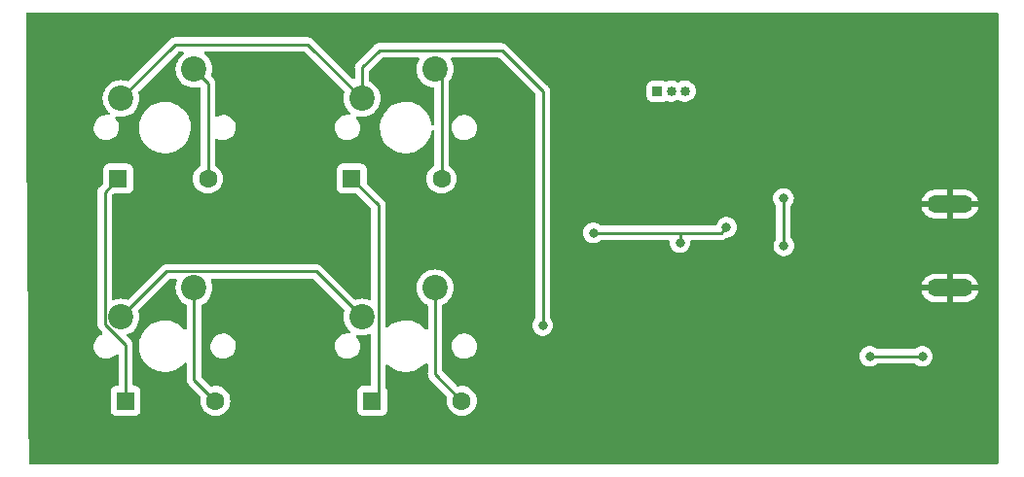
<source format=gbr>
%TF.GenerationSoftware,KiCad,Pcbnew,7.0.1*%
%TF.CreationDate,2023-04-28T17:46:53+02:00*%
%TF.ProjectId,4_switch_pcb,345f7377-6974-4636-985f-7063622e6b69,rev?*%
%TF.SameCoordinates,Original*%
%TF.FileFunction,Copper,L1,Top*%
%TF.FilePolarity,Positive*%
%FSLAX46Y46*%
G04 Gerber Fmt 4.6, Leading zero omitted, Abs format (unit mm)*
G04 Created by KiCad (PCBNEW 7.0.1) date 2023-04-28 17:46:53*
%MOMM*%
%LPD*%
G01*
G04 APERTURE LIST*
%TA.AperFunction,ComponentPad*%
%ADD10C,2.200000*%
%TD*%
%TA.AperFunction,ComponentPad*%
%ADD11R,1.600000X1.600000*%
%TD*%
%TA.AperFunction,ComponentPad*%
%ADD12C,1.600000*%
%TD*%
%TA.AperFunction,ComponentPad*%
%ADD13O,4.000000X1.500000*%
%TD*%
%TA.AperFunction,ComponentPad*%
%ADD14R,0.850000X0.850000*%
%TD*%
%TA.AperFunction,ComponentPad*%
%ADD15O,0.850000X0.850000*%
%TD*%
%TA.AperFunction,ViaPad*%
%ADD16C,0.800000*%
%TD*%
%TA.AperFunction,Conductor*%
%ADD17C,0.250000*%
%TD*%
G04 APERTURE END LIST*
D10*
%TO.P,SW5,1,1*%
%TO.N,Net-(D3-A)*%
X119538750Y-80645000D03*
%TO.P,SW5,2,2*%
%TO.N,/col1*%
X113188750Y-83185000D03*
%TD*%
%TO.P,SW3,1,1*%
%TO.N,Net-(D4-A)*%
X140493750Y-80645000D03*
%TO.P,SW3,2,2*%
%TO.N,/col1*%
X134143750Y-83185000D03*
%TD*%
%TO.P,SW4,1,1*%
%TO.N,Net-(D2-A)*%
X119538750Y-61595000D03*
%TO.P,SW4,2,2*%
%TO.N,/col0*%
X113188750Y-64135000D03*
%TD*%
%TO.P,SW2,1,1*%
%TO.N,Net-(D1-A)*%
X140493750Y-61595000D03*
%TO.P,SW2,2,2*%
%TO.N,/col0*%
X134143750Y-64135000D03*
%TD*%
D11*
%TO.P,D3,1,K*%
%TO.N,/row1*%
X113587500Y-90487500D03*
D12*
%TO.P,D3,2,A*%
%TO.N,Net-(D3-A)*%
X121387500Y-90487500D03*
%TD*%
D11*
%TO.P,D2,1,K*%
%TO.N,/row1*%
X112940000Y-71120000D03*
D12*
%TO.P,D2,2,A*%
%TO.N,Net-(D2-A)*%
X120740000Y-71120000D03*
%TD*%
D13*
%TO.P,J1,6,Shield*%
%TO.N,GND*%
X185280000Y-73350000D03*
X185280000Y-80650000D03*
%TD*%
D11*
%TO.P,D4,1,K*%
%TO.N,/row0*%
X135018750Y-90487500D03*
D12*
%TO.P,D4,2,A*%
%TO.N,Net-(D4-A)*%
X142818750Y-90487500D03*
%TD*%
D14*
%TO.P,J3,1,Pin_1*%
%TO.N,Net-(J3-Pin_1)*%
X159842000Y-63510000D03*
D15*
%TO.P,J3,2,Pin_2*%
%TO.N,Net-(J3-Pin_2)*%
X161052000Y-63500000D03*
%TO.P,J3,3,Pin_3*%
%TO.N,Net-(J3-Pin_3)*%
X162252000Y-63500000D03*
%TD*%
D11*
%TO.P,D1,1,K*%
%TO.N,/row0*%
X133260000Y-71120000D03*
D12*
%TO.P,D1,2,A*%
%TO.N,Net-(D1-A)*%
X141060000Y-71120000D03*
%TD*%
D16*
%TO.N,GND*%
X164587701Y-84332299D03*
X174498000Y-84836000D03*
X169164000Y-75324500D03*
X162306000Y-84328000D03*
X164338000Y-71882000D03*
%TO.N,VCC*%
X154270000Y-75850000D03*
X165849500Y-75368000D03*
X161798000Y-76708000D03*
%TO.N,Net-(U1-VBUS)*%
X170800000Y-72840000D03*
X170830000Y-76980000D03*
%TO.N,Net-(J2-~{RST})*%
X178308000Y-86614000D03*
X182880000Y-86614000D03*
%TO.N,/col0*%
X149860000Y-83909500D03*
%TD*%
D17*
%TO.N,GND*%
X164587701Y-84332299D02*
X164583402Y-84328000D01*
X169164000Y-75324500D02*
X169164000Y-79756000D01*
X169164000Y-75324500D02*
X167780500Y-75324500D01*
X173990000Y-84328000D02*
X174498000Y-84836000D01*
X164583402Y-84328000D02*
X162306000Y-84328000D01*
X164587701Y-84332299D02*
X164841701Y-84332299D01*
X164841701Y-84332299D02*
X164846000Y-84328000D01*
X164846000Y-84328000D02*
X173990000Y-84328000D01*
X169164000Y-79756000D02*
X164587701Y-84332299D01*
X167780500Y-75324500D02*
X164338000Y-71882000D01*
%TO.N,VCC*%
X161798000Y-75850000D02*
X154270000Y-75850000D01*
X165367500Y-75850000D02*
X161798000Y-75850000D01*
X161798000Y-75850000D02*
X161798000Y-76708000D01*
X165849500Y-75368000D02*
X165367500Y-75850000D01*
%TO.N,Net-(U1-VBUS)*%
X170800000Y-72840000D02*
X170800000Y-76950000D01*
X170800000Y-76950000D02*
X170830000Y-76980000D01*
%TO.N,Net-(D1-A)*%
X141060000Y-71120000D02*
X141060000Y-62161250D01*
X141060000Y-62161250D02*
X140493750Y-61595000D01*
%TO.N,/row0*%
X135568750Y-89937500D02*
X135568750Y-73428750D01*
X135018750Y-90487500D02*
X135568750Y-89937500D01*
X135568750Y-73428750D02*
X133260000Y-71120000D01*
%TO.N,Net-(D2-A)*%
X120740000Y-71120000D02*
X120740000Y-62796250D01*
X120740000Y-62796250D02*
X119538750Y-61595000D01*
%TO.N,/row1*%
X113587500Y-90487500D02*
X113587500Y-85647500D01*
X111760000Y-72300000D02*
X112940000Y-71120000D01*
X113587500Y-85647500D02*
X111760000Y-83820000D01*
X111760000Y-83820000D02*
X111760000Y-72300000D01*
%TO.N,Net-(D3-A)*%
X119538750Y-88638750D02*
X121387500Y-90487500D01*
X119538750Y-80645000D02*
X119538750Y-88638750D01*
%TO.N,Net-(D4-A)*%
X140493750Y-88162500D02*
X142818750Y-90487500D01*
X140493750Y-80645000D02*
X140493750Y-88162500D01*
%TO.N,Net-(J2-~{RST})*%
X182880000Y-86614000D02*
X178308000Y-86614000D01*
%TO.N,/col0*%
X117887750Y-59436000D02*
X113188750Y-64135000D01*
X149860000Y-83909500D02*
X149860000Y-63500000D01*
X149860000Y-63500000D02*
X146304000Y-59944000D01*
X129444750Y-59436000D02*
X117887750Y-59436000D01*
X134143750Y-61436250D02*
X134143750Y-64135000D01*
X134143750Y-64135000D02*
X129444750Y-59436000D01*
X146304000Y-59944000D02*
X135636000Y-59944000D01*
X135636000Y-59944000D02*
X134143750Y-61436250D01*
%TO.N,/col1*%
X134143750Y-83185000D02*
X130178750Y-79220000D01*
X117153750Y-79220000D02*
X113188750Y-83185000D01*
X130178750Y-79220000D02*
X117153750Y-79220000D01*
%TD*%
%TA.AperFunction,Conductor*%
%TO.N,GND*%
G36*
X189421535Y-56659104D02*
G01*
X189466920Y-56704471D01*
X189483550Y-56766450D01*
X189484000Y-57872781D01*
X189484000Y-95887500D01*
X189467387Y-95949500D01*
X189422000Y-95994887D01*
X189360000Y-96011500D01*
X105279199Y-96011500D01*
X105217430Y-95995020D01*
X105172080Y-95949961D01*
X105155202Y-95888300D01*
X105128652Y-91773135D01*
X105089292Y-85672396D01*
X110814496Y-85672396D01*
X110824496Y-85882330D01*
X110874047Y-86086580D01*
X110961352Y-86277752D01*
X111043607Y-86393262D01*
X111083264Y-86448952D01*
X111235372Y-86593986D01*
X111307714Y-86640478D01*
X111412175Y-86707612D01*
X111451330Y-86723287D01*
X111607293Y-86785725D01*
X111735978Y-86810527D01*
X111813664Y-86825500D01*
X111813665Y-86825500D01*
X111971170Y-86825500D01*
X111971175Y-86825500D01*
X112127968Y-86810528D01*
X112329625Y-86751316D01*
X112516432Y-86655011D01*
X112681636Y-86525092D01*
X112744287Y-86452788D01*
X112793012Y-86418441D01*
X112852135Y-86410800D01*
X112907991Y-86431634D01*
X112947670Y-86476125D01*
X112962000Y-86533992D01*
X112962000Y-89063001D01*
X112945387Y-89125001D01*
X112900000Y-89170388D01*
X112838000Y-89187001D01*
X112739628Y-89187001D01*
X112709822Y-89190204D01*
X112680015Y-89193409D01*
X112545169Y-89243704D01*
X112429954Y-89329954D01*
X112343704Y-89445168D01*
X112293409Y-89580016D01*
X112287000Y-89639630D01*
X112287000Y-91335369D01*
X112293409Y-91394983D01*
X112343704Y-91529831D01*
X112429954Y-91645046D01*
X112545169Y-91731296D01*
X112680017Y-91781591D01*
X112739627Y-91788000D01*
X114435372Y-91787999D01*
X114494983Y-91781591D01*
X114629831Y-91731296D01*
X114745046Y-91645046D01*
X114831296Y-91529831D01*
X114881591Y-91394983D01*
X114888000Y-91335373D01*
X114887999Y-89639628D01*
X114881591Y-89580017D01*
X114831296Y-89445169D01*
X114745046Y-89329954D01*
X114629831Y-89243704D01*
X114494983Y-89193409D01*
X114435373Y-89187000D01*
X114435369Y-89187000D01*
X114337000Y-89187000D01*
X114275000Y-89170387D01*
X114229613Y-89125000D01*
X114213000Y-89063000D01*
X114213000Y-85730240D01*
X114215263Y-85709736D01*
X114213061Y-85639644D01*
X114213000Y-85635750D01*
X114213000Y-85608157D01*
X114213000Y-85608150D01*
X114212495Y-85604153D01*
X114211580Y-85592523D01*
X114210209Y-85548873D01*
X114204620Y-85529637D01*
X114200676Y-85510593D01*
X114198164Y-85490708D01*
X114182082Y-85450091D01*
X114178298Y-85439040D01*
X114166117Y-85397110D01*
X114155921Y-85379869D01*
X114147363Y-85362402D01*
X114139986Y-85343768D01*
X114114298Y-85308412D01*
X114107909Y-85298684D01*
X114085670Y-85261079D01*
X114071505Y-85246914D01*
X114058869Y-85232120D01*
X114047095Y-85215914D01*
X114030422Y-85202121D01*
X114013435Y-85188068D01*
X114004805Y-85180214D01*
X113711152Y-84886561D01*
X113680172Y-84834875D01*
X113677216Y-84774689D01*
X113702980Y-84720215D01*
X113751379Y-84684320D01*
X113917609Y-84615466D01*
X114132409Y-84483836D01*
X114323974Y-84320224D01*
X114487586Y-84128659D01*
X114619216Y-83913859D01*
X114715623Y-83681111D01*
X114774433Y-83436148D01*
X114794199Y-83185000D01*
X114774433Y-82933852D01*
X114715623Y-82688889D01*
X114704516Y-82662075D01*
X114695077Y-82614624D01*
X114704516Y-82567171D01*
X114731393Y-82526945D01*
X117376520Y-79881819D01*
X117416749Y-79854939D01*
X117464202Y-79845500D01*
X117951966Y-79845500D01*
X118010419Y-79860142D01*
X118055068Y-79900609D01*
X118075369Y-79957346D01*
X118066527Y-80016950D01*
X118050655Y-80055271D01*
X118011876Y-80148889D01*
X117953067Y-80393850D01*
X117933301Y-80644999D01*
X117953067Y-80896149D01*
X118011876Y-81141110D01*
X118012769Y-81143265D01*
X118108284Y-81373859D01*
X118239914Y-81588659D01*
X118403526Y-81780224D01*
X118595091Y-81943836D01*
X118726722Y-82024499D01*
X118809892Y-82075467D01*
X118836704Y-82086573D01*
X118876932Y-82113453D01*
X118903811Y-82153681D01*
X118913250Y-82201133D01*
X118913250Y-84160761D01*
X118899546Y-84217425D01*
X118861463Y-84261564D01*
X118807419Y-84283423D01*
X118749359Y-84278169D01*
X118700116Y-84246965D01*
X118511729Y-84052175D01*
X118275264Y-83865441D01*
X118093465Y-83757762D01*
X118016020Y-83711891D01*
X117834421Y-83634886D01*
X117738618Y-83594262D01*
X117448025Y-83514661D01*
X117448024Y-83514660D01*
X117448021Y-83514660D01*
X117149403Y-83474500D01*
X116923506Y-83474500D01*
X116923504Y-83474500D01*
X116698114Y-83489587D01*
X116402848Y-83549603D01*
X116118209Y-83648441D01*
X115849296Y-83784328D01*
X115600877Y-83954858D01*
X115377418Y-84156966D01*
X115182885Y-84387061D01*
X115020755Y-84641032D01*
X114893928Y-84914339D01*
X114804657Y-85202120D01*
X114802330Y-85215914D01*
X114754541Y-85499230D01*
X114748752Y-85672398D01*
X114744473Y-85800372D01*
X114774631Y-86100160D01*
X114844481Y-86393262D01*
X114952771Y-86674432D01*
X115097574Y-86938664D01*
X115189141Y-87062939D01*
X115276304Y-87181238D01*
X115485770Y-87397824D01*
X115722235Y-87584558D01*
X115981480Y-87738109D01*
X116258878Y-87855736D01*
X116258879Y-87855736D01*
X116258881Y-87855737D01*
X116322929Y-87873281D01*
X116549479Y-87935340D01*
X116848097Y-87975500D01*
X117073994Y-87975500D01*
X117073996Y-87975500D01*
X117299385Y-87960412D01*
X117422744Y-87935338D01*
X117594653Y-87900396D01*
X117879287Y-87801560D01*
X118148209Y-87665668D01*
X118396619Y-87495144D01*
X118620083Y-87293032D01*
X118694556Y-87204944D01*
X118743140Y-87169894D01*
X118802486Y-87161710D01*
X118858743Y-87182304D01*
X118898779Y-87226869D01*
X118913250Y-87285002D01*
X118913250Y-88556006D01*
X118910985Y-88576512D01*
X118913189Y-88646623D01*
X118913250Y-88650518D01*
X118913250Y-88678099D01*
X118913753Y-88682084D01*
X118914668Y-88693717D01*
X118916040Y-88737376D01*
X118921629Y-88756610D01*
X118925575Y-88775666D01*
X118928085Y-88795542D01*
X118944164Y-88836154D01*
X118947947Y-88847201D01*
X118960132Y-88889141D01*
X118970330Y-88906385D01*
X118978886Y-88923850D01*
X118986264Y-88942482D01*
X118986265Y-88942483D01*
X119011930Y-88977809D01*
X119018343Y-88987572D01*
X119040576Y-89025166D01*
X119040579Y-89025169D01*
X119040580Y-89025170D01*
X119054745Y-89039335D01*
X119067377Y-89054125D01*
X119079156Y-89070337D01*
X119112808Y-89098176D01*
X119121449Y-89106039D01*
X120088086Y-90072677D01*
X120120180Y-90128264D01*
X120120180Y-90192450D01*
X120101864Y-90260807D01*
X120082031Y-90487500D01*
X120101864Y-90714189D01*
X120160761Y-90933997D01*
X120256932Y-91140235D01*
X120387453Y-91326640D01*
X120548359Y-91487546D01*
X120734764Y-91618067D01*
X120734765Y-91618067D01*
X120734766Y-91618068D01*
X120941004Y-91714239D01*
X121160808Y-91773135D01*
X121311936Y-91786357D01*
X121387499Y-91792968D01*
X121387499Y-91792967D01*
X121387500Y-91792968D01*
X121614192Y-91773135D01*
X121833996Y-91714239D01*
X122040234Y-91618068D01*
X122226639Y-91487547D01*
X122387547Y-91326639D01*
X122518068Y-91140234D01*
X122614239Y-90933996D01*
X122673135Y-90714192D01*
X122692968Y-90487500D01*
X122673135Y-90260808D01*
X122614239Y-90041004D01*
X122518068Y-89834766D01*
X122387547Y-89648361D01*
X122387546Y-89648359D01*
X122226640Y-89487453D01*
X122040235Y-89356932D01*
X121833997Y-89260761D01*
X121614189Y-89201864D01*
X121387500Y-89182031D01*
X121160807Y-89201864D01*
X121092450Y-89220180D01*
X121028264Y-89220180D01*
X120972677Y-89188086D01*
X120200569Y-88415978D01*
X120173689Y-88375750D01*
X120164250Y-88328297D01*
X120164250Y-85672396D01*
X120974496Y-85672396D01*
X120984496Y-85882330D01*
X121034047Y-86086580D01*
X121121352Y-86277752D01*
X121203607Y-86393262D01*
X121243264Y-86448952D01*
X121395372Y-86593986D01*
X121467714Y-86640478D01*
X121572175Y-86707612D01*
X121611330Y-86723287D01*
X121767293Y-86785725D01*
X121895978Y-86810527D01*
X121973664Y-86825500D01*
X121973665Y-86825500D01*
X122131170Y-86825500D01*
X122131175Y-86825500D01*
X122287968Y-86810528D01*
X122489625Y-86751316D01*
X122676432Y-86655011D01*
X122841636Y-86525092D01*
X122979269Y-86366256D01*
X123084354Y-86184244D01*
X123153094Y-85985633D01*
X123183004Y-85777602D01*
X123173004Y-85567670D01*
X123123454Y-85363424D01*
X123122984Y-85362395D01*
X123036147Y-85172247D01*
X122914237Y-85001050D01*
X122914236Y-85001048D01*
X122762128Y-84856014D01*
X122726781Y-84833298D01*
X122585324Y-84742387D01*
X122401215Y-84668682D01*
X122390207Y-84664275D01*
X122390206Y-84664274D01*
X122390204Y-84664274D01*
X122183836Y-84624500D01*
X122183835Y-84624500D01*
X122026325Y-84624500D01*
X121928329Y-84633857D01*
X121869529Y-84639472D01*
X121667876Y-84698683D01*
X121481065Y-84794990D01*
X121315865Y-84924906D01*
X121178229Y-85083745D01*
X121073146Y-85265754D01*
X121004405Y-85464366D01*
X120974496Y-85672396D01*
X120164250Y-85672396D01*
X120164250Y-82201133D01*
X120173689Y-82153681D01*
X120200568Y-82113453D01*
X120240796Y-82086573D01*
X120267607Y-82075467D01*
X120267609Y-82075466D01*
X120482409Y-81943836D01*
X120673974Y-81780224D01*
X120837586Y-81588659D01*
X120969216Y-81373859D01*
X121065623Y-81141111D01*
X121124433Y-80896148D01*
X121144199Y-80645000D01*
X121124433Y-80393852D01*
X121065623Y-80148889D01*
X121010972Y-80016950D01*
X121002131Y-79957346D01*
X121022432Y-79900609D01*
X121067081Y-79860142D01*
X121125534Y-79845500D01*
X129868298Y-79845500D01*
X129915751Y-79854939D01*
X129955979Y-79881819D01*
X132601102Y-82526942D01*
X132627982Y-82567169D01*
X132637421Y-82614620D01*
X132627983Y-82662072D01*
X132616878Y-82688883D01*
X132558067Y-82933850D01*
X132538301Y-83184999D01*
X132558067Y-83436149D01*
X132616876Y-83681110D01*
X132640133Y-83737256D01*
X132713284Y-83913859D01*
X132844914Y-84128659D01*
X133008526Y-84320224D01*
X133120276Y-84415668D01*
X133156691Y-84468732D01*
X133161603Y-84532902D01*
X133133689Y-84590892D01*
X133080468Y-84627079D01*
X133016277Y-84631716D01*
X132978837Y-84624500D01*
X132978835Y-84624500D01*
X132821325Y-84624500D01*
X132723329Y-84633857D01*
X132664529Y-84639472D01*
X132462876Y-84698683D01*
X132276065Y-84794990D01*
X132110865Y-84924906D01*
X131973229Y-85083745D01*
X131868146Y-85265754D01*
X131799405Y-85464366D01*
X131769496Y-85672396D01*
X131779496Y-85882330D01*
X131829047Y-86086580D01*
X131916352Y-86277752D01*
X131998607Y-86393262D01*
X132038264Y-86448952D01*
X132190372Y-86593986D01*
X132262714Y-86640478D01*
X132367175Y-86707612D01*
X132406330Y-86723287D01*
X132562293Y-86785725D01*
X132690978Y-86810527D01*
X132768664Y-86825500D01*
X132768665Y-86825500D01*
X132926170Y-86825500D01*
X132926175Y-86825500D01*
X133082968Y-86810528D01*
X133284625Y-86751316D01*
X133471432Y-86655011D01*
X133636636Y-86525092D01*
X133774269Y-86366256D01*
X133879354Y-86184244D01*
X133948094Y-85985633D01*
X133978004Y-85777602D01*
X133968004Y-85567670D01*
X133918454Y-85363424D01*
X133917984Y-85362395D01*
X133831147Y-85172247D01*
X133709237Y-85001049D01*
X133657965Y-84952161D01*
X133624574Y-84897409D01*
X133623003Y-84833298D01*
X133653670Y-84776976D01*
X133708374Y-84743507D01*
X133772478Y-84741844D01*
X133892602Y-84770683D01*
X134143750Y-84790449D01*
X134394898Y-84770683D01*
X134639861Y-84711873D01*
X134771799Y-84657222D01*
X134831404Y-84648381D01*
X134888141Y-84668682D01*
X134928608Y-84713331D01*
X134943250Y-84771784D01*
X134943250Y-89063001D01*
X134926637Y-89125001D01*
X134881250Y-89170388D01*
X134819250Y-89187001D01*
X134170878Y-89187001D01*
X134141072Y-89190204D01*
X134111265Y-89193409D01*
X133976419Y-89243704D01*
X133861204Y-89329954D01*
X133774954Y-89445168D01*
X133724659Y-89580016D01*
X133718250Y-89639630D01*
X133718250Y-91335369D01*
X133724659Y-91394983D01*
X133774954Y-91529831D01*
X133861204Y-91645046D01*
X133976419Y-91731296D01*
X134111267Y-91781591D01*
X134170877Y-91788000D01*
X135866622Y-91787999D01*
X135926233Y-91781591D01*
X136061081Y-91731296D01*
X136176296Y-91645046D01*
X136262546Y-91529831D01*
X136312841Y-91394983D01*
X136319250Y-91335373D01*
X136319249Y-89639628D01*
X136312841Y-89580017D01*
X136262546Y-89445169D01*
X136262545Y-89445167D01*
X136218983Y-89386975D01*
X136200596Y-89351824D01*
X136194250Y-89312665D01*
X136194250Y-87449507D01*
X136207954Y-87392843D01*
X136246037Y-87348704D01*
X136300081Y-87326845D01*
X136358141Y-87332099D01*
X136407383Y-87363302D01*
X136440770Y-87397824D01*
X136677235Y-87584558D01*
X136936480Y-87738109D01*
X137213878Y-87855736D01*
X137213879Y-87855736D01*
X137213881Y-87855737D01*
X137277929Y-87873281D01*
X137504479Y-87935340D01*
X137803097Y-87975500D01*
X138028994Y-87975500D01*
X138028996Y-87975500D01*
X138254385Y-87960412D01*
X138377744Y-87935338D01*
X138549653Y-87900396D01*
X138834287Y-87801560D01*
X139103209Y-87665668D01*
X139351619Y-87495144D01*
X139575083Y-87293032D01*
X139649556Y-87204944D01*
X139698140Y-87169894D01*
X139757486Y-87161710D01*
X139813743Y-87182304D01*
X139853779Y-87226869D01*
X139868250Y-87285002D01*
X139868250Y-88079756D01*
X139865985Y-88100262D01*
X139868189Y-88170373D01*
X139868250Y-88174268D01*
X139868250Y-88201849D01*
X139868753Y-88205834D01*
X139869668Y-88217467D01*
X139871040Y-88261126D01*
X139876629Y-88280360D01*
X139880575Y-88299416D01*
X139883085Y-88319292D01*
X139899164Y-88359904D01*
X139902947Y-88370951D01*
X139915132Y-88412891D01*
X139925330Y-88430135D01*
X139933886Y-88447600D01*
X139941264Y-88466232D01*
X139941265Y-88466233D01*
X139966930Y-88501559D01*
X139973343Y-88511322D01*
X139995576Y-88548916D01*
X139995579Y-88548919D01*
X139995580Y-88548920D01*
X140009745Y-88563085D01*
X140022377Y-88577875D01*
X140034156Y-88594087D01*
X140067808Y-88621926D01*
X140076449Y-88629789D01*
X141519336Y-90072676D01*
X141551430Y-90128263D01*
X141551430Y-90192449D01*
X141533114Y-90260807D01*
X141513281Y-90487500D01*
X141533114Y-90714189D01*
X141592011Y-90933997D01*
X141688182Y-91140235D01*
X141818703Y-91326640D01*
X141979609Y-91487546D01*
X142166014Y-91618067D01*
X142166015Y-91618067D01*
X142166016Y-91618068D01*
X142372254Y-91714239D01*
X142592058Y-91773135D01*
X142743186Y-91786357D01*
X142818749Y-91792968D01*
X142818749Y-91792967D01*
X142818750Y-91792968D01*
X143045442Y-91773135D01*
X143265246Y-91714239D01*
X143471484Y-91618068D01*
X143657889Y-91487547D01*
X143818797Y-91326639D01*
X143949318Y-91140234D01*
X144045489Y-90933996D01*
X144104385Y-90714192D01*
X144124218Y-90487500D01*
X144104385Y-90260808D01*
X144045489Y-90041004D01*
X143949318Y-89834766D01*
X143818797Y-89648361D01*
X143818796Y-89648359D01*
X143657890Y-89487453D01*
X143471485Y-89356932D01*
X143265247Y-89260761D01*
X143045439Y-89201864D01*
X142818750Y-89182031D01*
X142592057Y-89201864D01*
X142523700Y-89220180D01*
X142459514Y-89220180D01*
X142403927Y-89188086D01*
X141155569Y-87939728D01*
X141128689Y-87899500D01*
X141119250Y-87852047D01*
X141119250Y-85672396D01*
X141929496Y-85672396D01*
X141939496Y-85882330D01*
X141989047Y-86086580D01*
X142076352Y-86277752D01*
X142158607Y-86393262D01*
X142198264Y-86448952D01*
X142350372Y-86593986D01*
X142422714Y-86640478D01*
X142527175Y-86707612D01*
X142566330Y-86723287D01*
X142722293Y-86785725D01*
X142850978Y-86810527D01*
X142928664Y-86825500D01*
X142928665Y-86825500D01*
X143086170Y-86825500D01*
X143086175Y-86825500D01*
X143242968Y-86810528D01*
X143444625Y-86751316D01*
X143631432Y-86655011D01*
X143683581Y-86614000D01*
X177402540Y-86614000D01*
X177422326Y-86802257D01*
X177480820Y-86982284D01*
X177575466Y-87146216D01*
X177702129Y-87286889D01*
X177855269Y-87398151D01*
X178028197Y-87475144D01*
X178213352Y-87514500D01*
X178213354Y-87514500D01*
X178402646Y-87514500D01*
X178402648Y-87514500D01*
X178526083Y-87488262D01*
X178587803Y-87475144D01*
X178760730Y-87398151D01*
X178913871Y-87286888D01*
X178919598Y-87280526D01*
X178961312Y-87250220D01*
X179011747Y-87239500D01*
X182176253Y-87239500D01*
X182226688Y-87250220D01*
X182268401Y-87280526D01*
X182274129Y-87286888D01*
X182427270Y-87398151D01*
X182427271Y-87398151D01*
X182427272Y-87398152D01*
X182600197Y-87475144D01*
X182785352Y-87514500D01*
X182785354Y-87514500D01*
X182974646Y-87514500D01*
X182974648Y-87514500D01*
X183098083Y-87488262D01*
X183159803Y-87475144D01*
X183332730Y-87398151D01*
X183477413Y-87293033D01*
X183485870Y-87286889D01*
X183491598Y-87280528D01*
X183612533Y-87146216D01*
X183707179Y-86982284D01*
X183765674Y-86802256D01*
X183785460Y-86614000D01*
X183765674Y-86425744D01*
X183707179Y-86245716D01*
X183707179Y-86245715D01*
X183612533Y-86081783D01*
X183485870Y-85941110D01*
X183332730Y-85829848D01*
X183159802Y-85752855D01*
X182974648Y-85713500D01*
X182974646Y-85713500D01*
X182785354Y-85713500D01*
X182785352Y-85713500D01*
X182600197Y-85752855D01*
X182427272Y-85829847D01*
X182355036Y-85882330D01*
X182274129Y-85941112D01*
X182268401Y-85947473D01*
X182226688Y-85977780D01*
X182176253Y-85988500D01*
X179011747Y-85988500D01*
X178961312Y-85977780D01*
X178919598Y-85947473D01*
X178913871Y-85941112D01*
X178760730Y-85829849D01*
X178760729Y-85829848D01*
X178760727Y-85829847D01*
X178587802Y-85752855D01*
X178402648Y-85713500D01*
X178402646Y-85713500D01*
X178213354Y-85713500D01*
X178213352Y-85713500D01*
X178028197Y-85752855D01*
X177855269Y-85829848D01*
X177702129Y-85941110D01*
X177575466Y-86081783D01*
X177480820Y-86245715D01*
X177422326Y-86425742D01*
X177402540Y-86614000D01*
X143683581Y-86614000D01*
X143796636Y-86525092D01*
X143934269Y-86366256D01*
X144039354Y-86184244D01*
X144108094Y-85985633D01*
X144138004Y-85777602D01*
X144128004Y-85567670D01*
X144078454Y-85363424D01*
X144077984Y-85362395D01*
X143991147Y-85172247D01*
X143869237Y-85001050D01*
X143869236Y-85001048D01*
X143717128Y-84856014D01*
X143681781Y-84833298D01*
X143540324Y-84742387D01*
X143356215Y-84668682D01*
X143345207Y-84664275D01*
X143345206Y-84664274D01*
X143345204Y-84664274D01*
X143138836Y-84624500D01*
X143138835Y-84624500D01*
X142981325Y-84624500D01*
X142883329Y-84633857D01*
X142824529Y-84639472D01*
X142622876Y-84698683D01*
X142436065Y-84794990D01*
X142270865Y-84924906D01*
X142133229Y-85083745D01*
X142028146Y-85265754D01*
X141959405Y-85464366D01*
X141929496Y-85672396D01*
X141119250Y-85672396D01*
X141119250Y-82201133D01*
X141128689Y-82153681D01*
X141155568Y-82113453D01*
X141195796Y-82086573D01*
X141222607Y-82075467D01*
X141222609Y-82075466D01*
X141437409Y-81943836D01*
X141628974Y-81780224D01*
X141792586Y-81588659D01*
X141924216Y-81373859D01*
X142020623Y-81141111D01*
X142079433Y-80896148D01*
X142099199Y-80645000D01*
X142079433Y-80393852D01*
X142020623Y-80148889D01*
X141924216Y-79916141D01*
X141792586Y-79701341D01*
X141628974Y-79509776D01*
X141437409Y-79346164D01*
X141222609Y-79214534D01*
X141106235Y-79166330D01*
X140989860Y-79118126D01*
X140744899Y-79059317D01*
X140493750Y-79039551D01*
X140242600Y-79059317D01*
X139997639Y-79118126D01*
X139764889Y-79214535D01*
X139550092Y-79346163D01*
X139358526Y-79509776D01*
X139194913Y-79701342D01*
X139063285Y-79916139D01*
X138966876Y-80148889D01*
X138908067Y-80393850D01*
X138888301Y-80644999D01*
X138908067Y-80896149D01*
X138966876Y-81141110D01*
X138967769Y-81143265D01*
X139063284Y-81373859D01*
X139194914Y-81588659D01*
X139358526Y-81780224D01*
X139550091Y-81943836D01*
X139681722Y-82024499D01*
X139764892Y-82075467D01*
X139791704Y-82086573D01*
X139831932Y-82113453D01*
X139858811Y-82153681D01*
X139868250Y-82201133D01*
X139868250Y-84160761D01*
X139854546Y-84217425D01*
X139816463Y-84261564D01*
X139762419Y-84283423D01*
X139704359Y-84278169D01*
X139655116Y-84246965D01*
X139466729Y-84052175D01*
X139230264Y-83865441D01*
X139048465Y-83757762D01*
X138971020Y-83711891D01*
X138789421Y-83634886D01*
X138693618Y-83594262D01*
X138403025Y-83514661D01*
X138403024Y-83514660D01*
X138403021Y-83514660D01*
X138104403Y-83474500D01*
X137878506Y-83474500D01*
X137878504Y-83474500D01*
X137653114Y-83489587D01*
X137357848Y-83549603D01*
X137073209Y-83648441D01*
X136804296Y-83784328D01*
X136555877Y-83954858D01*
X136401427Y-84094551D01*
X136351809Y-84121959D01*
X136295178Y-84124421D01*
X136243368Y-84101422D01*
X136207206Y-84057770D01*
X136194250Y-84002586D01*
X136194250Y-73511494D01*
X136196514Y-73490986D01*
X136194311Y-73420863D01*
X136194250Y-73416969D01*
X136194250Y-73389404D01*
X136194250Y-73389400D01*
X136193747Y-73385420D01*
X136192831Y-73373778D01*
X136192782Y-73372213D01*
X136191460Y-73330123D01*
X136185868Y-73310876D01*
X136181924Y-73291835D01*
X136179414Y-73271958D01*
X136163329Y-73231333D01*
X136159558Y-73220318D01*
X136147368Y-73178360D01*
X136137164Y-73161105D01*
X136128611Y-73143645D01*
X136121236Y-73125019D01*
X136121236Y-73125018D01*
X136095558Y-73089675D01*
X136089151Y-73079921D01*
X136066919Y-73042329D01*
X136052756Y-73028166D01*
X136040117Y-73013367D01*
X136028345Y-72997163D01*
X135994691Y-72969323D01*
X135986049Y-72961459D01*
X134596818Y-71572228D01*
X134569938Y-71532000D01*
X134560499Y-71484547D01*
X134560499Y-70272130D01*
X134560499Y-70272127D01*
X134554091Y-70212517D01*
X134503796Y-70077669D01*
X134417546Y-69962454D01*
X134302331Y-69876204D01*
X134167483Y-69825909D01*
X134107873Y-69819500D01*
X134107869Y-69819500D01*
X132412130Y-69819500D01*
X132352515Y-69825909D01*
X132217669Y-69876204D01*
X132102454Y-69962454D01*
X132016204Y-70077668D01*
X131965909Y-70212516D01*
X131959500Y-70272130D01*
X131959500Y-71967869D01*
X131965909Y-72027484D01*
X131988223Y-72087309D01*
X132016204Y-72162331D01*
X132102454Y-72277546D01*
X132217669Y-72363796D01*
X132352517Y-72414091D01*
X132412127Y-72420500D01*
X133624547Y-72420499D01*
X133672000Y-72429938D01*
X133712228Y-72456818D01*
X134906931Y-73651521D01*
X134933811Y-73691749D01*
X134943250Y-73739202D01*
X134943250Y-81598216D01*
X134928608Y-81656669D01*
X134888141Y-81701318D01*
X134831404Y-81721619D01*
X134771799Y-81712777D01*
X134689459Y-81678671D01*
X134639860Y-81658126D01*
X134394899Y-81599317D01*
X134143750Y-81579551D01*
X133892600Y-81599317D01*
X133647633Y-81658128D01*
X133620822Y-81669233D01*
X133573370Y-81678671D01*
X133525919Y-81669232D01*
X133485692Y-81642352D01*
X132105506Y-80262166D01*
X130679552Y-78836211D01*
X130666656Y-78820113D01*
X130615525Y-78772098D01*
X130612728Y-78769387D01*
X130593220Y-78749879D01*
X130590040Y-78747412D01*
X130581174Y-78739839D01*
X130549332Y-78709938D01*
X130531774Y-78700285D01*
X130515514Y-78689604D01*
X130499686Y-78677327D01*
X130459601Y-78659980D01*
X130449111Y-78654841D01*
X130410841Y-78633802D01*
X130391441Y-78628821D01*
X130373034Y-78622519D01*
X130354647Y-78614562D01*
X130311508Y-78607729D01*
X130300074Y-78605361D01*
X130257769Y-78594500D01*
X130237734Y-78594500D01*
X130218336Y-78592973D01*
X130210912Y-78591797D01*
X130198555Y-78589840D01*
X130198554Y-78589840D01*
X130173218Y-78592235D01*
X130155075Y-78593950D01*
X130143406Y-78594500D01*
X117236494Y-78594500D01*
X117215986Y-78592235D01*
X117145863Y-78594439D01*
X117141969Y-78594500D01*
X117114400Y-78594500D01*
X117110421Y-78595002D01*
X117098791Y-78595917D01*
X117055122Y-78597289D01*
X117035878Y-78602880D01*
X117016834Y-78606824D01*
X116996958Y-78609335D01*
X116956350Y-78625413D01*
X116945304Y-78629194D01*
X116903360Y-78641382D01*
X116903357Y-78641383D01*
X116886115Y-78651579D01*
X116868654Y-78660133D01*
X116850017Y-78667512D01*
X116814681Y-78693185D01*
X116804924Y-78699595D01*
X116767330Y-78721829D01*
X116753163Y-78735996D01*
X116738374Y-78748626D01*
X116722163Y-78760404D01*
X116694322Y-78794058D01*
X116686461Y-78802697D01*
X113846805Y-81642352D01*
X113806577Y-81669232D01*
X113759124Y-81678671D01*
X113711671Y-81669232D01*
X113684860Y-81658126D01*
X113439899Y-81599317D01*
X113188750Y-81579551D01*
X112937600Y-81599317D01*
X112692639Y-81658126D01*
X112589281Y-81700939D01*
X112556952Y-81714330D01*
X112497346Y-81723172D01*
X112440609Y-81702871D01*
X112400142Y-81658222D01*
X112385500Y-81599769D01*
X112385500Y-72610453D01*
X112394939Y-72563001D01*
X112421818Y-72522772D01*
X112487771Y-72456818D01*
X112528000Y-72429938D01*
X112575453Y-72420499D01*
X113787870Y-72420499D01*
X113787872Y-72420499D01*
X113847483Y-72414091D01*
X113982331Y-72363796D01*
X114097546Y-72277546D01*
X114183796Y-72162331D01*
X114234091Y-72027483D01*
X114240500Y-71967873D01*
X114240499Y-70272128D01*
X114234091Y-70212517D01*
X114183796Y-70077669D01*
X114097546Y-69962454D01*
X113982331Y-69876204D01*
X113847483Y-69825909D01*
X113787873Y-69819500D01*
X113787869Y-69819500D01*
X112092130Y-69819500D01*
X112032515Y-69825909D01*
X111897669Y-69876204D01*
X111782454Y-69962454D01*
X111696204Y-70077668D01*
X111645909Y-70212516D01*
X111639500Y-70272131D01*
X111639500Y-71484546D01*
X111630061Y-71531999D01*
X111603181Y-71572227D01*
X111376208Y-71799199D01*
X111360110Y-71812096D01*
X111312096Y-71863225D01*
X111309391Y-71866017D01*
X111289874Y-71885534D01*
X111287415Y-71888705D01*
X111279842Y-71897572D01*
X111249935Y-71929420D01*
X111240285Y-71946974D01*
X111229609Y-71963228D01*
X111217326Y-71979063D01*
X111199975Y-72019158D01*
X111194838Y-72029644D01*
X111173802Y-72067907D01*
X111168821Y-72087309D01*
X111162520Y-72105711D01*
X111154561Y-72124102D01*
X111147728Y-72167242D01*
X111145360Y-72178674D01*
X111134500Y-72220978D01*
X111134500Y-72241016D01*
X111132973Y-72260415D01*
X111129840Y-72280194D01*
X111133950Y-72323675D01*
X111134500Y-72335344D01*
X111134500Y-83737256D01*
X111132235Y-83757762D01*
X111134439Y-83827873D01*
X111134500Y-83831768D01*
X111134500Y-83859349D01*
X111135003Y-83863334D01*
X111135918Y-83874967D01*
X111137290Y-83918626D01*
X111142879Y-83937860D01*
X111146825Y-83956916D01*
X111149335Y-83976792D01*
X111165414Y-84017404D01*
X111169197Y-84028451D01*
X111181382Y-84070391D01*
X111191580Y-84087635D01*
X111200136Y-84105100D01*
X111207514Y-84123732D01*
X111207515Y-84123733D01*
X111233180Y-84159059D01*
X111239593Y-84168822D01*
X111261826Y-84206416D01*
X111261829Y-84206419D01*
X111261830Y-84206420D01*
X111275995Y-84220585D01*
X111288627Y-84235375D01*
X111300406Y-84251587D01*
X111334058Y-84279426D01*
X111342699Y-84287289D01*
X111550428Y-84495018D01*
X111582322Y-84549869D01*
X111582908Y-84613316D01*
X111552032Y-84668746D01*
X111516782Y-84690123D01*
X111518399Y-84693259D01*
X111507876Y-84698683D01*
X111507875Y-84698684D01*
X111428269Y-84739723D01*
X111321065Y-84794990D01*
X111155865Y-84924906D01*
X111018229Y-85083745D01*
X110913146Y-85265754D01*
X110844405Y-85464366D01*
X110814496Y-85672396D01*
X105089292Y-85672396D01*
X104966389Y-66622398D01*
X110814496Y-66622398D01*
X110815728Y-66648260D01*
X110824496Y-66832330D01*
X110874047Y-67036580D01*
X110961352Y-67227752D01*
X111043607Y-67343262D01*
X111083264Y-67398952D01*
X111235372Y-67543986D01*
X111307714Y-67590478D01*
X111412175Y-67657612D01*
X111451330Y-67673287D01*
X111607293Y-67735725D01*
X111735978Y-67760527D01*
X111813664Y-67775500D01*
X111813665Y-67775500D01*
X111971170Y-67775500D01*
X111971175Y-67775500D01*
X112127968Y-67760528D01*
X112329625Y-67701316D01*
X112516432Y-67605011D01*
X112681636Y-67475092D01*
X112819269Y-67316256D01*
X112924354Y-67134244D01*
X112993094Y-66935633D01*
X113019730Y-66750372D01*
X114744473Y-66750372D01*
X114774631Y-67050160D01*
X114844481Y-67343262D01*
X114952771Y-67624432D01*
X115097574Y-67888664D01*
X115097575Y-67888665D01*
X115276304Y-68131238D01*
X115485770Y-68347824D01*
X115722235Y-68534558D01*
X115981480Y-68688109D01*
X116258878Y-68805736D01*
X116258879Y-68805736D01*
X116258881Y-68805737D01*
X116322929Y-68823281D01*
X116549479Y-68885340D01*
X116848097Y-68925500D01*
X117073994Y-68925500D01*
X117073996Y-68925500D01*
X117299385Y-68910412D01*
X117422744Y-68885338D01*
X117594653Y-68850396D01*
X117879287Y-68751560D01*
X118148209Y-68615668D01*
X118396619Y-68445144D01*
X118620083Y-68243032D01*
X118814615Y-68012939D01*
X118976743Y-67758970D01*
X119103573Y-67485658D01*
X119192843Y-67197879D01*
X119242959Y-66900770D01*
X119253027Y-66599631D01*
X119222868Y-66299838D01*
X119153019Y-66006739D01*
X119123564Y-65930262D01*
X119044728Y-65725567D01*
X118899925Y-65461335D01*
X118721195Y-65218761D01*
X118511729Y-65002175D01*
X118275264Y-64815441D01*
X118138318Y-64734328D01*
X118016020Y-64661891D01*
X117834421Y-64584886D01*
X117738618Y-64544262D01*
X117448025Y-64464661D01*
X117448024Y-64464660D01*
X117448021Y-64464660D01*
X117149403Y-64424500D01*
X116923506Y-64424500D01*
X116923504Y-64424500D01*
X116698114Y-64439587D01*
X116402848Y-64499603D01*
X116118209Y-64598441D01*
X115849296Y-64734328D01*
X115600877Y-64904858D01*
X115377418Y-65106966D01*
X115182885Y-65337061D01*
X115020755Y-65591032D01*
X114893928Y-65864339D01*
X114841378Y-66033745D01*
X114804657Y-66152121D01*
X114754541Y-66449230D01*
X114748752Y-66622398D01*
X114744473Y-66750372D01*
X113019730Y-66750372D01*
X113023004Y-66727602D01*
X113013004Y-66517670D01*
X112963454Y-66313424D01*
X112957250Y-66299839D01*
X112876147Y-66122247D01*
X112754237Y-65951049D01*
X112702965Y-65902161D01*
X112669574Y-65847409D01*
X112668003Y-65783298D01*
X112698670Y-65726976D01*
X112753374Y-65693507D01*
X112817478Y-65691844D01*
X112937602Y-65720683D01*
X113188750Y-65740449D01*
X113439898Y-65720683D01*
X113684861Y-65661873D01*
X113917609Y-65565466D01*
X114132409Y-65433836D01*
X114323974Y-65270224D01*
X114487586Y-65078659D01*
X114619216Y-64863859D01*
X114715623Y-64631111D01*
X114774433Y-64386148D01*
X114794199Y-64135000D01*
X114774433Y-63883852D01*
X114715623Y-63638889D01*
X114704516Y-63612075D01*
X114695077Y-63564624D01*
X114704516Y-63517171D01*
X114731393Y-63476945D01*
X118110520Y-60097819D01*
X118150749Y-60070939D01*
X118198202Y-60061500D01*
X118538357Y-60061500D01*
X118599794Y-60077790D01*
X118645089Y-60122379D01*
X118662342Y-60183552D01*
X118647019Y-60245237D01*
X118603148Y-60291226D01*
X118598244Y-60294231D01*
X118595089Y-60296165D01*
X118403526Y-60459776D01*
X118239913Y-60651342D01*
X118108285Y-60866139D01*
X118011876Y-61098889D01*
X117953067Y-61343850D01*
X117933301Y-61594999D01*
X117953067Y-61846149D01*
X118011876Y-62091110D01*
X118060080Y-62207485D01*
X118108284Y-62323859D01*
X118239914Y-62538659D01*
X118403526Y-62730224D01*
X118595091Y-62893836D01*
X118809891Y-63025466D01*
X119042639Y-63121873D01*
X119287602Y-63180683D01*
X119538750Y-63200449D01*
X119789898Y-63180683D01*
X119912842Y-63151167D01*
X119961553Y-63139473D01*
X120017075Y-63138928D01*
X120067268Y-63162668D01*
X120102069Y-63205932D01*
X120114500Y-63260047D01*
X120114500Y-69905812D01*
X120100489Y-69963069D01*
X120061623Y-70007387D01*
X119900859Y-70119953D01*
X119739953Y-70280859D01*
X119609432Y-70467264D01*
X119513261Y-70673502D01*
X119454364Y-70893310D01*
X119434531Y-71120000D01*
X119454364Y-71346689D01*
X119513261Y-71566497D01*
X119609432Y-71772735D01*
X119739953Y-71959140D01*
X119900859Y-72120046D01*
X120087264Y-72250567D01*
X120087265Y-72250567D01*
X120087266Y-72250568D01*
X120293504Y-72346739D01*
X120513308Y-72405635D01*
X120740000Y-72425468D01*
X120966692Y-72405635D01*
X121186496Y-72346739D01*
X121392734Y-72250568D01*
X121579139Y-72120047D01*
X121740047Y-71959139D01*
X121870568Y-71772734D01*
X121966739Y-71566496D01*
X122025635Y-71346692D01*
X122045468Y-71120000D01*
X122025635Y-70893308D01*
X121966739Y-70673504D01*
X121870568Y-70467266D01*
X121740047Y-70280861D01*
X121740046Y-70280859D01*
X121579140Y-70119953D01*
X121418377Y-70007387D01*
X121379511Y-69963069D01*
X121365500Y-69905812D01*
X121365500Y-67751878D01*
X121382858Y-67688604D01*
X121430074Y-67643045D01*
X121493927Y-67627957D01*
X121556541Y-67647564D01*
X121569508Y-67655897D01*
X121572178Y-67657613D01*
X121767293Y-67735725D01*
X121895978Y-67760527D01*
X121973664Y-67775500D01*
X121973665Y-67775500D01*
X122131170Y-67775500D01*
X122131175Y-67775500D01*
X122287968Y-67760528D01*
X122489625Y-67701316D01*
X122676432Y-67605011D01*
X122841636Y-67475092D01*
X122979269Y-67316256D01*
X123084354Y-67134244D01*
X123153094Y-66935633D01*
X123183004Y-66727602D01*
X123173004Y-66517670D01*
X123123454Y-66313424D01*
X123117250Y-66299839D01*
X123036147Y-66122247D01*
X122914237Y-65951050D01*
X122914236Y-65951048D01*
X122762128Y-65806014D01*
X122726781Y-65783298D01*
X122585324Y-65692387D01*
X122429359Y-65629949D01*
X122390207Y-65614275D01*
X122390206Y-65614274D01*
X122390204Y-65614274D01*
X122183836Y-65574500D01*
X122183835Y-65574500D01*
X122026325Y-65574500D01*
X121928329Y-65583857D01*
X121869529Y-65589472D01*
X121667876Y-65648683D01*
X121607986Y-65679558D01*
X121546318Y-65711350D01*
X121485074Y-65725055D01*
X121424962Y-65707015D01*
X121381383Y-65661852D01*
X121365500Y-65601134D01*
X121365500Y-62878991D01*
X121367763Y-62858487D01*
X121366190Y-62808431D01*
X121365561Y-62788395D01*
X121365500Y-62784501D01*
X121365500Y-62756907D01*
X121365500Y-62756900D01*
X121364995Y-62752903D01*
X121364080Y-62741273D01*
X121362709Y-62697623D01*
X121357120Y-62678390D01*
X121353174Y-62659332D01*
X121350664Y-62639456D01*
X121334588Y-62598854D01*
X121330804Y-62587803D01*
X121319622Y-62549317D01*
X121318618Y-62545860D01*
X121308414Y-62528605D01*
X121299861Y-62511145D01*
X121292486Y-62492519D01*
X121292486Y-62492518D01*
X121266808Y-62457175D01*
X121260401Y-62447421D01*
X121258070Y-62443479D01*
X121238170Y-62409830D01*
X121224006Y-62395666D01*
X121211367Y-62380867D01*
X121199595Y-62364663D01*
X121165941Y-62336823D01*
X121157299Y-62328959D01*
X121081397Y-62253057D01*
X121054517Y-62212828D01*
X121045078Y-62165375D01*
X121054518Y-62117922D01*
X121065622Y-62091114D01*
X121065623Y-62091110D01*
X121124433Y-61846148D01*
X121144199Y-61595000D01*
X121124433Y-61343852D01*
X121065623Y-61098889D01*
X120969216Y-60866141D01*
X120837586Y-60651341D01*
X120673974Y-60459776D01*
X120482409Y-60296164D01*
X120474351Y-60291226D01*
X120430481Y-60245237D01*
X120415158Y-60183552D01*
X120432411Y-60122379D01*
X120477706Y-60077790D01*
X120539143Y-60061500D01*
X129134298Y-60061500D01*
X129181751Y-60070939D01*
X129221979Y-60097819D01*
X132601102Y-63476942D01*
X132627982Y-63517169D01*
X132637421Y-63564620D01*
X132627983Y-63612072D01*
X132616878Y-63638883D01*
X132558067Y-63883850D01*
X132538301Y-64135000D01*
X132558067Y-64386149D01*
X132616876Y-64631110D01*
X132659631Y-64734328D01*
X132713284Y-64863859D01*
X132844914Y-65078659D01*
X133008526Y-65270224D01*
X133120276Y-65365668D01*
X133156691Y-65418732D01*
X133161603Y-65482902D01*
X133133689Y-65540892D01*
X133080468Y-65577079D01*
X133016277Y-65581716D01*
X132978837Y-65574500D01*
X132978835Y-65574500D01*
X132821325Y-65574500D01*
X132723329Y-65583857D01*
X132664529Y-65589472D01*
X132462876Y-65648683D01*
X132276065Y-65744990D01*
X132110865Y-65874906D01*
X131973229Y-66033745D01*
X131868146Y-66215754D01*
X131799405Y-66414366D01*
X131784553Y-66517670D01*
X131769496Y-66622398D01*
X131770728Y-66648260D01*
X131779496Y-66832330D01*
X131829047Y-67036580D01*
X131916352Y-67227752D01*
X131998607Y-67343262D01*
X132038264Y-67398952D01*
X132190372Y-67543986D01*
X132262714Y-67590478D01*
X132367175Y-67657612D01*
X132406330Y-67673287D01*
X132562293Y-67735725D01*
X132690978Y-67760527D01*
X132768664Y-67775500D01*
X132768665Y-67775500D01*
X132926170Y-67775500D01*
X132926175Y-67775500D01*
X133082968Y-67760528D01*
X133284625Y-67701316D01*
X133471432Y-67605011D01*
X133636636Y-67475092D01*
X133774269Y-67316256D01*
X133879354Y-67134244D01*
X133948094Y-66935633D01*
X133978004Y-66727602D01*
X133968004Y-66517670D01*
X133918454Y-66313424D01*
X133912250Y-66299839D01*
X133831147Y-66122247D01*
X133709237Y-65951049D01*
X133657965Y-65902161D01*
X133624574Y-65847409D01*
X133623003Y-65783298D01*
X133653670Y-65726976D01*
X133708374Y-65693507D01*
X133772478Y-65691844D01*
X133892602Y-65720683D01*
X134143750Y-65740449D01*
X134394898Y-65720683D01*
X134639861Y-65661873D01*
X134872609Y-65565466D01*
X135087409Y-65433836D01*
X135278974Y-65270224D01*
X135442586Y-65078659D01*
X135574216Y-64863859D01*
X135670623Y-64631111D01*
X135729433Y-64386148D01*
X135749199Y-64135000D01*
X135729433Y-63883852D01*
X135670623Y-63638889D01*
X135574216Y-63406141D01*
X135442586Y-63191341D01*
X135278974Y-62999776D01*
X135087409Y-62836164D01*
X135015249Y-62791944D01*
X134872607Y-62704532D01*
X134845796Y-62693427D01*
X134805568Y-62666547D01*
X134778689Y-62626319D01*
X134769250Y-62578867D01*
X134769250Y-61746702D01*
X134778689Y-61699249D01*
X134805569Y-61659021D01*
X135858772Y-60605819D01*
X135899000Y-60578939D01*
X135946453Y-60569500D01*
X139023648Y-60569500D01*
X139086349Y-60586521D01*
X139131837Y-60632911D01*
X139147624Y-60695934D01*
X139129375Y-60758290D01*
X139063285Y-60866139D01*
X138966876Y-61098889D01*
X138908067Y-61343850D01*
X138888301Y-61594999D01*
X138908067Y-61846149D01*
X138966876Y-62091110D01*
X139015080Y-62207485D01*
X139063284Y-62323859D01*
X139194914Y-62538659D01*
X139358526Y-62730224D01*
X139550091Y-62893836D01*
X139764891Y-63025466D01*
X139997639Y-63121873D01*
X140242602Y-63180683D01*
X140320230Y-63186792D01*
X140378035Y-63206415D01*
X140419473Y-63251242D01*
X140434500Y-63310410D01*
X140434500Y-66379425D01*
X140418908Y-66439622D01*
X140376054Y-66484680D01*
X140316714Y-66503269D01*
X140255811Y-66490713D01*
X140208662Y-66450171D01*
X140187123Y-66391837D01*
X140177868Y-66299839D01*
X140157830Y-66215756D01*
X140108019Y-66006739D01*
X140078564Y-65930262D01*
X139999728Y-65725567D01*
X139854925Y-65461335D01*
X139676195Y-65218761D01*
X139466729Y-65002175D01*
X139230264Y-64815441D01*
X139093318Y-64734328D01*
X138971020Y-64661891D01*
X138789421Y-64584886D01*
X138693618Y-64544262D01*
X138403025Y-64464661D01*
X138403024Y-64464660D01*
X138403021Y-64464660D01*
X138104403Y-64424500D01*
X137878506Y-64424500D01*
X137878504Y-64424500D01*
X137653114Y-64439587D01*
X137357848Y-64499603D01*
X137073209Y-64598441D01*
X136804296Y-64734328D01*
X136555877Y-64904858D01*
X136332418Y-65106966D01*
X136137885Y-65337061D01*
X135975755Y-65591032D01*
X135848928Y-65864339D01*
X135796378Y-66033745D01*
X135759657Y-66152121D01*
X135709541Y-66449230D01*
X135703752Y-66622398D01*
X135699473Y-66750372D01*
X135729631Y-67050160D01*
X135799481Y-67343262D01*
X135907771Y-67624432D01*
X136052574Y-67888664D01*
X136052575Y-67888665D01*
X136231304Y-68131238D01*
X136440770Y-68347824D01*
X136677235Y-68534558D01*
X136936480Y-68688109D01*
X137213878Y-68805736D01*
X137213879Y-68805736D01*
X137213881Y-68805737D01*
X137277929Y-68823281D01*
X137504479Y-68885340D01*
X137803097Y-68925500D01*
X138028994Y-68925500D01*
X138028996Y-68925500D01*
X138254385Y-68910412D01*
X138377744Y-68885338D01*
X138549653Y-68850396D01*
X138834287Y-68751560D01*
X139103209Y-68615668D01*
X139351619Y-68445144D01*
X139575083Y-68243032D01*
X139769615Y-68012939D01*
X139931743Y-67758970D01*
X140058573Y-67485658D01*
X140147843Y-67197879D01*
X140188227Y-66958459D01*
X140212758Y-66902781D01*
X140260823Y-66865473D01*
X140320848Y-66855520D01*
X140378382Y-66875318D01*
X140419572Y-66920101D01*
X140434500Y-66979087D01*
X140434500Y-69905812D01*
X140420489Y-69963069D01*
X140381623Y-70007387D01*
X140220859Y-70119953D01*
X140059953Y-70280859D01*
X139929432Y-70467264D01*
X139833261Y-70673502D01*
X139774364Y-70893310D01*
X139754531Y-71120000D01*
X139774364Y-71346689D01*
X139833261Y-71566497D01*
X139929432Y-71772735D01*
X140059953Y-71959140D01*
X140220859Y-72120046D01*
X140407264Y-72250567D01*
X140407265Y-72250567D01*
X140407266Y-72250568D01*
X140613504Y-72346739D01*
X140833308Y-72405635D01*
X141060000Y-72425468D01*
X141286692Y-72405635D01*
X141506496Y-72346739D01*
X141712734Y-72250568D01*
X141899139Y-72120047D01*
X142060047Y-71959139D01*
X142190568Y-71772734D01*
X142286739Y-71566496D01*
X142345635Y-71346692D01*
X142365468Y-71120000D01*
X142345635Y-70893308D01*
X142286739Y-70673504D01*
X142190568Y-70467266D01*
X142060047Y-70280861D01*
X142060046Y-70280859D01*
X141899140Y-70119953D01*
X141738377Y-70007387D01*
X141699511Y-69963069D01*
X141685500Y-69905812D01*
X141685500Y-66709406D01*
X141701624Y-66648260D01*
X141702637Y-66647222D01*
X141700668Y-66645107D01*
X141700663Y-66645086D01*
X141914940Y-66645086D01*
X141933359Y-66703504D01*
X141935592Y-66750369D01*
X141939496Y-66832330D01*
X141989047Y-67036580D01*
X142076352Y-67227752D01*
X142158607Y-67343262D01*
X142198264Y-67398952D01*
X142350372Y-67543986D01*
X142422714Y-67590478D01*
X142527175Y-67657612D01*
X142566330Y-67673287D01*
X142722293Y-67735725D01*
X142850978Y-67760527D01*
X142928664Y-67775500D01*
X142928665Y-67775500D01*
X143086170Y-67775500D01*
X143086175Y-67775500D01*
X143242968Y-67760528D01*
X143444625Y-67701316D01*
X143631432Y-67605011D01*
X143796636Y-67475092D01*
X143934269Y-67316256D01*
X144039354Y-67134244D01*
X144108094Y-66935633D01*
X144138004Y-66727602D01*
X144128004Y-66517670D01*
X144078454Y-66313424D01*
X144072250Y-66299839D01*
X143991147Y-66122247D01*
X143869237Y-65951050D01*
X143869236Y-65951048D01*
X143717128Y-65806014D01*
X143681781Y-65783298D01*
X143540324Y-65692387D01*
X143384359Y-65629949D01*
X143345207Y-65614275D01*
X143345206Y-65614274D01*
X143345204Y-65614274D01*
X143138836Y-65574500D01*
X143138835Y-65574500D01*
X142981325Y-65574500D01*
X142883329Y-65583857D01*
X142824529Y-65589472D01*
X142622876Y-65648683D01*
X142436065Y-65744990D01*
X142270865Y-65874906D01*
X142133229Y-66033745D01*
X142028146Y-66215754D01*
X141959405Y-66414366D01*
X141932238Y-66603327D01*
X141914940Y-66645086D01*
X141700663Y-66645086D01*
X141685500Y-66585680D01*
X141685500Y-62709786D01*
X141693164Y-62666867D01*
X141715208Y-62629257D01*
X141792586Y-62538659D01*
X141924216Y-62323859D01*
X142020623Y-62091111D01*
X142079433Y-61846148D01*
X142099199Y-61595000D01*
X142079433Y-61343852D01*
X142020623Y-61098889D01*
X141924216Y-60866141D01*
X141858125Y-60758290D01*
X141839876Y-60695934D01*
X141855663Y-60632911D01*
X141901151Y-60586521D01*
X141963852Y-60569500D01*
X145993548Y-60569500D01*
X146041001Y-60578939D01*
X146081229Y-60605819D01*
X149198181Y-63722772D01*
X149225061Y-63763000D01*
X149234500Y-63810453D01*
X149234500Y-83210813D01*
X149226264Y-83255251D01*
X149202652Y-83293782D01*
X149169545Y-83330551D01*
X149127464Y-83377286D01*
X149032820Y-83541215D01*
X148974326Y-83721242D01*
X148954540Y-83909500D01*
X148974326Y-84097757D01*
X149032820Y-84277784D01*
X149127466Y-84441716D01*
X149254129Y-84582389D01*
X149407269Y-84693651D01*
X149580197Y-84770644D01*
X149765352Y-84810000D01*
X149765354Y-84810000D01*
X149954646Y-84810000D01*
X149954648Y-84810000D01*
X150110013Y-84776976D01*
X150139803Y-84770644D01*
X150312730Y-84693651D01*
X150423302Y-84613316D01*
X150465870Y-84582389D01*
X150510429Y-84532902D01*
X150592533Y-84441716D01*
X150687179Y-84277784D01*
X150745674Y-84097756D01*
X150765460Y-83909500D01*
X150745674Y-83721244D01*
X150715332Y-83627863D01*
X150687179Y-83541215D01*
X150592535Y-83377286D01*
X150579427Y-83362729D01*
X150517347Y-83293782D01*
X150493736Y-83255251D01*
X150485500Y-83210813D01*
X150485500Y-80900001D01*
X182802448Y-80900001D01*
X182806414Y-80929272D01*
X182875944Y-81143265D01*
X182982569Y-81341407D01*
X183122853Y-81517318D01*
X183292299Y-81665359D01*
X183485451Y-81780762D01*
X183696111Y-81859825D01*
X183917497Y-81900000D01*
X185030000Y-81900000D01*
X185030000Y-80900000D01*
X185530000Y-80900000D01*
X185530000Y-81900000D01*
X186586131Y-81900000D01*
X186754100Y-81884882D01*
X186970995Y-81825022D01*
X187173712Y-81727399D01*
X187355745Y-81595144D01*
X187511241Y-81432508D01*
X187635193Y-81244728D01*
X187723625Y-81037833D01*
X187755084Y-80900000D01*
X185530000Y-80900000D01*
X185030000Y-80900000D01*
X182802450Y-80900000D01*
X182802448Y-80900001D01*
X150485500Y-80900001D01*
X150485500Y-80399999D01*
X182804915Y-80399999D01*
X182804916Y-80400000D01*
X185030000Y-80400000D01*
X185030000Y-79400000D01*
X185530000Y-79400000D01*
X185530000Y-80400000D01*
X187757550Y-80400000D01*
X187757551Y-80399998D01*
X187753585Y-80370727D01*
X187684055Y-80156734D01*
X187577430Y-79958592D01*
X187437146Y-79782681D01*
X187267700Y-79634640D01*
X187074548Y-79519237D01*
X186863888Y-79440174D01*
X186642503Y-79400000D01*
X185530000Y-79400000D01*
X185030000Y-79400000D01*
X183973869Y-79400000D01*
X183805899Y-79415117D01*
X183589004Y-79474977D01*
X183386287Y-79572600D01*
X183204254Y-79704855D01*
X183048758Y-79867491D01*
X182924806Y-80055271D01*
X182836374Y-80262166D01*
X182804915Y-80399999D01*
X150485500Y-80399999D01*
X150485500Y-75850000D01*
X153364540Y-75850000D01*
X153384326Y-76038257D01*
X153442820Y-76218284D01*
X153537466Y-76382216D01*
X153664129Y-76522889D01*
X153817269Y-76634151D01*
X153990197Y-76711144D01*
X154175352Y-76750500D01*
X154175354Y-76750500D01*
X154364646Y-76750500D01*
X154364648Y-76750500D01*
X154488084Y-76724262D01*
X154549803Y-76711144D01*
X154722730Y-76634151D01*
X154875871Y-76522888D01*
X154881598Y-76516526D01*
X154923312Y-76486220D01*
X154973747Y-76475500D01*
X160779261Y-76475500D01*
X160844971Y-76494342D01*
X160890712Y-76545142D01*
X160902581Y-76612459D01*
X160900302Y-76634151D01*
X160892540Y-76708000D01*
X160912326Y-76896257D01*
X160970820Y-77076284D01*
X161065466Y-77240216D01*
X161192129Y-77380889D01*
X161345269Y-77492151D01*
X161518197Y-77569144D01*
X161703352Y-77608500D01*
X161703354Y-77608500D01*
X161892646Y-77608500D01*
X161892648Y-77608500D01*
X162016083Y-77582262D01*
X162077803Y-77569144D01*
X162250730Y-77492151D01*
X162403871Y-77380888D01*
X162530533Y-77240216D01*
X162625179Y-77076284D01*
X162683674Y-76896256D01*
X162703460Y-76708000D01*
X162693418Y-76612459D01*
X162705288Y-76545142D01*
X162751029Y-76494342D01*
X162816739Y-76475500D01*
X165284756Y-76475500D01*
X165305262Y-76477764D01*
X165308165Y-76477672D01*
X165308167Y-76477673D01*
X165375372Y-76475561D01*
X165379268Y-76475500D01*
X165406849Y-76475500D01*
X165406850Y-76475500D01*
X165410819Y-76474998D01*
X165422465Y-76474080D01*
X165466127Y-76472709D01*
X165485359Y-76467120D01*
X165504418Y-76463174D01*
X165510696Y-76462381D01*
X165524292Y-76460664D01*
X165564907Y-76444582D01*
X165575944Y-76440803D01*
X165617890Y-76428618D01*
X165635129Y-76418422D01*
X165652602Y-76409862D01*
X165671232Y-76402486D01*
X165706564Y-76376814D01*
X165716330Y-76370400D01*
X165753918Y-76348171D01*
X165753917Y-76348171D01*
X165753920Y-76348170D01*
X165768085Y-76334004D01*
X165782873Y-76321373D01*
X165799087Y-76309594D01*
X165799087Y-76309593D01*
X165811766Y-76300383D01*
X165812120Y-76300870D01*
X165838633Y-76280303D01*
X165891433Y-76268500D01*
X165944148Y-76268500D01*
X166067584Y-76242262D01*
X166129303Y-76229144D01*
X166302230Y-76152151D01*
X166455371Y-76040888D01*
X166582033Y-75900216D01*
X166676679Y-75736284D01*
X166735174Y-75556256D01*
X166754960Y-75368000D01*
X166735174Y-75179744D01*
X166676679Y-74999716D01*
X166676679Y-74999715D01*
X166582033Y-74835783D01*
X166455370Y-74695110D01*
X166302230Y-74583848D01*
X166129302Y-74506855D01*
X165944148Y-74467500D01*
X165944146Y-74467500D01*
X165754854Y-74467500D01*
X165754852Y-74467500D01*
X165569697Y-74506855D01*
X165396769Y-74583848D01*
X165243629Y-74695110D01*
X165116966Y-74835783D01*
X165022320Y-74999715D01*
X164977124Y-75138818D01*
X164951343Y-75183472D01*
X164909628Y-75213780D01*
X164859193Y-75224500D01*
X161877019Y-75224500D01*
X161868849Y-75224500D01*
X161845615Y-75222304D01*
X161837587Y-75220772D01*
X161782241Y-75224255D01*
X161774455Y-75224500D01*
X154973747Y-75224500D01*
X154923312Y-75213780D01*
X154881598Y-75183473D01*
X154875871Y-75177112D01*
X154722730Y-75065849D01*
X154722729Y-75065848D01*
X154722727Y-75065847D01*
X154549802Y-74988855D01*
X154364648Y-74949500D01*
X154364646Y-74949500D01*
X154175354Y-74949500D01*
X154175352Y-74949500D01*
X153990197Y-74988855D01*
X153817269Y-75065848D01*
X153664129Y-75177110D01*
X153537466Y-75317783D01*
X153442820Y-75481715D01*
X153384326Y-75661742D01*
X153364540Y-75850000D01*
X150485500Y-75850000D01*
X150485500Y-72840000D01*
X169894540Y-72840000D01*
X169914326Y-73028257D01*
X169972820Y-73208284D01*
X170067464Y-73372213D01*
X170067467Y-73372216D01*
X170142652Y-73455717D01*
X170166264Y-73494249D01*
X170174500Y-73538687D01*
X170174500Y-76314631D01*
X170166264Y-76359069D01*
X170142651Y-76397601D01*
X170131612Y-76409862D01*
X170097464Y-76447786D01*
X170002820Y-76611715D01*
X169944326Y-76791742D01*
X169924540Y-76979999D01*
X169944326Y-77168257D01*
X170002820Y-77348284D01*
X170097466Y-77512216D01*
X170224129Y-77652889D01*
X170377269Y-77764151D01*
X170550197Y-77841144D01*
X170735352Y-77880500D01*
X170735354Y-77880500D01*
X170924646Y-77880500D01*
X170924648Y-77880500D01*
X171048083Y-77854262D01*
X171109803Y-77841144D01*
X171282730Y-77764151D01*
X171435871Y-77652888D01*
X171562533Y-77512216D01*
X171657179Y-77348284D01*
X171715674Y-77168256D01*
X171735460Y-76980000D01*
X171715674Y-76791744D01*
X171664469Y-76634151D01*
X171657179Y-76611715D01*
X171562533Y-76447783D01*
X171457350Y-76330966D01*
X171433736Y-76292432D01*
X171425500Y-76247994D01*
X171425500Y-73600001D01*
X182802448Y-73600001D01*
X182806414Y-73629272D01*
X182875944Y-73843265D01*
X182982569Y-74041407D01*
X183122853Y-74217318D01*
X183292299Y-74365359D01*
X183485451Y-74480762D01*
X183696111Y-74559825D01*
X183917497Y-74600000D01*
X185030000Y-74600000D01*
X185030000Y-73600000D01*
X185530000Y-73600000D01*
X185530000Y-74600000D01*
X186586131Y-74600000D01*
X186754100Y-74584882D01*
X186970995Y-74525022D01*
X187173712Y-74427399D01*
X187355745Y-74295144D01*
X187511241Y-74132508D01*
X187635193Y-73944728D01*
X187723625Y-73737833D01*
X187755084Y-73600000D01*
X185530000Y-73600000D01*
X185030000Y-73600000D01*
X182802450Y-73600000D01*
X182802448Y-73600001D01*
X171425500Y-73600001D01*
X171425500Y-73538687D01*
X171433736Y-73494249D01*
X171457347Y-73455717D01*
X171532533Y-73372216D01*
X171556836Y-73330123D01*
X171627179Y-73208284D01*
X171636902Y-73178360D01*
X171662363Y-73099999D01*
X182804915Y-73099999D01*
X182804916Y-73100000D01*
X185030000Y-73100000D01*
X185030000Y-72100000D01*
X185530000Y-72100000D01*
X185530000Y-73100000D01*
X187757550Y-73100000D01*
X187757551Y-73099998D01*
X187753585Y-73070727D01*
X187684055Y-72856734D01*
X187577430Y-72658592D01*
X187437146Y-72482681D01*
X187267700Y-72334640D01*
X187074548Y-72219237D01*
X186863888Y-72140174D01*
X186642503Y-72100000D01*
X185530000Y-72100000D01*
X185030000Y-72100000D01*
X183973869Y-72100000D01*
X183805899Y-72115117D01*
X183589004Y-72174977D01*
X183386287Y-72272600D01*
X183204254Y-72404855D01*
X183048758Y-72567491D01*
X182924806Y-72755271D01*
X182836374Y-72962166D01*
X182804915Y-73099999D01*
X171662363Y-73099999D01*
X171685674Y-73028256D01*
X171705460Y-72840000D01*
X171685674Y-72651744D01*
X171627179Y-72471716D01*
X171627179Y-72471715D01*
X171532533Y-72307783D01*
X171405870Y-72167110D01*
X171252730Y-72055848D01*
X171079802Y-71978855D01*
X170894648Y-71939500D01*
X170894646Y-71939500D01*
X170705354Y-71939500D01*
X170705352Y-71939500D01*
X170520197Y-71978855D01*
X170347269Y-72055848D01*
X170194129Y-72167110D01*
X170067466Y-72307783D01*
X169972820Y-72471715D01*
X169914326Y-72651742D01*
X169894540Y-72840000D01*
X150485500Y-72840000D01*
X150485500Y-63982869D01*
X158916500Y-63982869D01*
X158922909Y-64042484D01*
X158948056Y-64109907D01*
X158973204Y-64177331D01*
X159059454Y-64292546D01*
X159174669Y-64378796D01*
X159309517Y-64429091D01*
X159369127Y-64435500D01*
X160314872Y-64435499D01*
X160374483Y-64429091D01*
X160509331Y-64378796D01*
X160540967Y-64355112D01*
X160601434Y-64331154D01*
X160665713Y-64341100D01*
X160764429Y-64385051D01*
X160954724Y-64425500D01*
X160954726Y-64425500D01*
X161149274Y-64425500D01*
X161149276Y-64425500D01*
X161339568Y-64385052D01*
X161339569Y-64385051D01*
X161339571Y-64385051D01*
X161517299Y-64305922D01*
X161517302Y-64305920D01*
X161579114Y-64261011D01*
X161626219Y-64240038D01*
X161677781Y-64240038D01*
X161724886Y-64261011D01*
X161786697Y-64305920D01*
X161786700Y-64305921D01*
X161786701Y-64305922D01*
X161865713Y-64341100D01*
X161964431Y-64385052D01*
X162154724Y-64425500D01*
X162154726Y-64425500D01*
X162349274Y-64425500D01*
X162349276Y-64425500D01*
X162539568Y-64385052D01*
X162539569Y-64385051D01*
X162539571Y-64385051D01*
X162717299Y-64305922D01*
X162874692Y-64191569D01*
X163004870Y-64046992D01*
X163102144Y-63878508D01*
X163162262Y-63693482D01*
X163182598Y-63500000D01*
X163162262Y-63306518D01*
X163102144Y-63121492D01*
X163080856Y-63084620D01*
X163004870Y-62953007D01*
X162874691Y-62808429D01*
X162717300Y-62694078D01*
X162539568Y-62614947D01*
X162349276Y-62574500D01*
X162349274Y-62574500D01*
X162154726Y-62574500D01*
X162154724Y-62574500D01*
X161964431Y-62614947D01*
X161786702Y-62694077D01*
X161724885Y-62738990D01*
X161677781Y-62759961D01*
X161626219Y-62759961D01*
X161579115Y-62738990D01*
X161538919Y-62709786D01*
X161517299Y-62694078D01*
X161515837Y-62693427D01*
X161339568Y-62614947D01*
X161149276Y-62574500D01*
X161149274Y-62574500D01*
X160954726Y-62574500D01*
X160954724Y-62574500D01*
X160764428Y-62614948D01*
X160648958Y-62666358D01*
X160584682Y-62676303D01*
X160524214Y-62652345D01*
X160509333Y-62641205D01*
X160509331Y-62641204D01*
X160374483Y-62590909D01*
X160314873Y-62584500D01*
X160314869Y-62584500D01*
X159369130Y-62584500D01*
X159309515Y-62590909D01*
X159174669Y-62641204D01*
X159059454Y-62727454D01*
X158973204Y-62842668D01*
X158932050Y-62953007D01*
X158922909Y-62977517D01*
X158916975Y-63032714D01*
X158916500Y-63037130D01*
X158916500Y-63982869D01*
X150485500Y-63982869D01*
X150485500Y-63582740D01*
X150487763Y-63562236D01*
X150485561Y-63492144D01*
X150485500Y-63488250D01*
X150485500Y-63460657D01*
X150485500Y-63460650D01*
X150484995Y-63456653D01*
X150484080Y-63445023D01*
X150482709Y-63401372D01*
X150477119Y-63382134D01*
X150473174Y-63363082D01*
X150470664Y-63343208D01*
X150456137Y-63306518D01*
X150454578Y-63302581D01*
X150450805Y-63291560D01*
X150438617Y-63249610D01*
X150428421Y-63232369D01*
X150419863Y-63214902D01*
X150412486Y-63196268D01*
X150386798Y-63160912D01*
X150380409Y-63151184D01*
X150358170Y-63113579D01*
X150344005Y-63099414D01*
X150331369Y-63084620D01*
X150319595Y-63068414D01*
X150319594Y-63068413D01*
X150285935Y-63040568D01*
X150277305Y-63032714D01*
X146804802Y-59560211D01*
X146791906Y-59544113D01*
X146740775Y-59496098D01*
X146737978Y-59493387D01*
X146718470Y-59473879D01*
X146715290Y-59471412D01*
X146706424Y-59463839D01*
X146674582Y-59433938D01*
X146657024Y-59424285D01*
X146640764Y-59413604D01*
X146624936Y-59401327D01*
X146584851Y-59383980D01*
X146574361Y-59378841D01*
X146536091Y-59357802D01*
X146516691Y-59352821D01*
X146498284Y-59346519D01*
X146479897Y-59338562D01*
X146436758Y-59331729D01*
X146425324Y-59329361D01*
X146383019Y-59318500D01*
X146362984Y-59318500D01*
X146343586Y-59316973D01*
X146336162Y-59315797D01*
X146323805Y-59313840D01*
X146323804Y-59313840D01*
X146297484Y-59316328D01*
X146280325Y-59317950D01*
X146268656Y-59318500D01*
X135718740Y-59318500D01*
X135698236Y-59316236D01*
X135628144Y-59318439D01*
X135624250Y-59318500D01*
X135596648Y-59318500D01*
X135592653Y-59319004D01*
X135581029Y-59319918D01*
X135537368Y-59321290D01*
X135518128Y-59326880D01*
X135499081Y-59330825D01*
X135479209Y-59333335D01*
X135438599Y-59349413D01*
X135427554Y-59353194D01*
X135385611Y-59365380D01*
X135368369Y-59375578D01*
X135350897Y-59384138D01*
X135332266Y-59391514D01*
X135296938Y-59417181D01*
X135287180Y-59423591D01*
X135249579Y-59445829D01*
X135235410Y-59459998D01*
X135220622Y-59472628D01*
X135204413Y-59484405D01*
X135176572Y-59518058D01*
X135168711Y-59526696D01*
X133759958Y-60935449D01*
X133743860Y-60948346D01*
X133695846Y-60999475D01*
X133693141Y-61002267D01*
X133673624Y-61021784D01*
X133671165Y-61024955D01*
X133663592Y-61033822D01*
X133633685Y-61065670D01*
X133624035Y-61083224D01*
X133613359Y-61099478D01*
X133601076Y-61115313D01*
X133583725Y-61155408D01*
X133578588Y-61165894D01*
X133557552Y-61204157D01*
X133552571Y-61223559D01*
X133546270Y-61241961D01*
X133538311Y-61260352D01*
X133531478Y-61303492D01*
X133529110Y-61314924D01*
X133518250Y-61357228D01*
X133518250Y-61377266D01*
X133516723Y-61396665D01*
X133513590Y-61416444D01*
X133517700Y-61459925D01*
X133518250Y-61471594D01*
X133518250Y-62325548D01*
X133504735Y-62381843D01*
X133467135Y-62425866D01*
X133413648Y-62448021D01*
X133355932Y-62443479D01*
X133306569Y-62413229D01*
X131651630Y-60758290D01*
X129945552Y-59052211D01*
X129932656Y-59036113D01*
X129881525Y-58988098D01*
X129878728Y-58985387D01*
X129859220Y-58965879D01*
X129856040Y-58963412D01*
X129847174Y-58955839D01*
X129815332Y-58925938D01*
X129797774Y-58916285D01*
X129781514Y-58905604D01*
X129765686Y-58893327D01*
X129725601Y-58875980D01*
X129715111Y-58870841D01*
X129676841Y-58849802D01*
X129657441Y-58844821D01*
X129639034Y-58838519D01*
X129620647Y-58830562D01*
X129577508Y-58823729D01*
X129566074Y-58821361D01*
X129523769Y-58810500D01*
X129503734Y-58810500D01*
X129484336Y-58808973D01*
X129476912Y-58807797D01*
X129464555Y-58805840D01*
X129464554Y-58805840D01*
X129439218Y-58808235D01*
X129421075Y-58809950D01*
X129409406Y-58810500D01*
X117970494Y-58810500D01*
X117949986Y-58808235D01*
X117879863Y-58810439D01*
X117875969Y-58810500D01*
X117848400Y-58810500D01*
X117844421Y-58811002D01*
X117832791Y-58811917D01*
X117789122Y-58813289D01*
X117769878Y-58818880D01*
X117750834Y-58822824D01*
X117730958Y-58825335D01*
X117690350Y-58841413D01*
X117679304Y-58845194D01*
X117637360Y-58857382D01*
X117637357Y-58857383D01*
X117620115Y-58867579D01*
X117602654Y-58876133D01*
X117584017Y-58883512D01*
X117548681Y-58909185D01*
X117538924Y-58915595D01*
X117501330Y-58937829D01*
X117487163Y-58951996D01*
X117472374Y-58964626D01*
X117456163Y-58976404D01*
X117428322Y-59010058D01*
X117420461Y-59018697D01*
X113846805Y-62592352D01*
X113806577Y-62619232D01*
X113759124Y-62628671D01*
X113711671Y-62619232D01*
X113684860Y-62608126D01*
X113439899Y-62549317D01*
X113188750Y-62529551D01*
X112937600Y-62549317D01*
X112692639Y-62608126D01*
X112459889Y-62704535D01*
X112245092Y-62836163D01*
X112053526Y-62999776D01*
X111889913Y-63191342D01*
X111758285Y-63406139D01*
X111661876Y-63638889D01*
X111603067Y-63883850D01*
X111583301Y-64135000D01*
X111603067Y-64386149D01*
X111661876Y-64631110D01*
X111704631Y-64734328D01*
X111758284Y-64863859D01*
X111889914Y-65078659D01*
X112053526Y-65270224D01*
X112165276Y-65365668D01*
X112201691Y-65418732D01*
X112206603Y-65482902D01*
X112178689Y-65540892D01*
X112125468Y-65577079D01*
X112061277Y-65581716D01*
X112023837Y-65574500D01*
X112023835Y-65574500D01*
X111866325Y-65574500D01*
X111768329Y-65583857D01*
X111709529Y-65589472D01*
X111507876Y-65648683D01*
X111321065Y-65744990D01*
X111155865Y-65874906D01*
X111018229Y-66033745D01*
X110913146Y-66215754D01*
X110844405Y-66414366D01*
X110829553Y-66517670D01*
X110814496Y-66622398D01*
X104966389Y-66622398D01*
X104902814Y-56768319D01*
X104902810Y-56766694D01*
X104919358Y-56704613D01*
X104964754Y-56659145D01*
X105026810Y-56642500D01*
X189359550Y-56642500D01*
X189421535Y-56659104D01*
G37*
%TD.AperFunction*%
%TD*%
M02*

</source>
